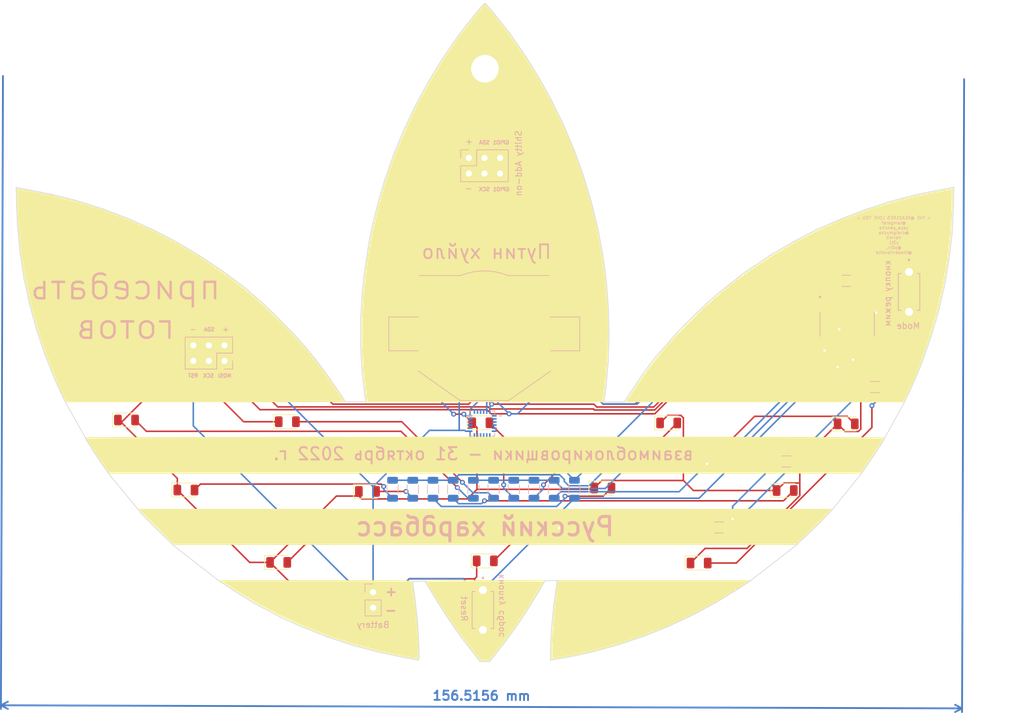
<source format=kicad_pcb>
(kicad_pcb (version 20230410) (generator pcbnew)
  (title_block (title "гопник badge") (date "2023-05-11") (rev "v0.3") (company "DE:AD:10:C5") (comment 1 "Русский хардбасс"))
  (layers (0 "F.Cu" signal) (31 "B.Cu" signal) (34 "B.Paste" user) (35 "F.Paste" user) (36 "B.SilkS" user "B.Silkscreen") (37 "F.SilkS" user "F.Silkscreen") (38 "B.Mask" user) (39 "F.Mask" user) (44 "Edge.Cuts" user))
  (net 0 "")
  (net 1 "GND")
  (net 2 "Net-(D1-Pad2)")
  (net 3 "Net-(D2-Pad2)")
  (net 4 "Net-(D3-Pad2)")
  (net 5 "Net-(D4-Pad2)")
  (net 6 "Net-(D5-Pad2)")
  (net 7 "Net-(D6-Pad2)")
  (net 8 "Net-(D7-Pad2)")
  (net 9 "Net-(D8-Pad2)")
  (net 10 "Net-(D9-Pad2)")
  (net 11 "Net-(D10-Pad2)")
  (net 12 "Net-(D11-Pad2)")
  (net 13 "Net-(D12-Pad2)")
  (net 14 "/8(MOSI)")
  (net 15 "VDD")
  (net 16 "/9(SCK)")
  (net 17 "/7(SDA)")
  (net 18 "/4(RST)")
  (net 19 "/12(SAO2)")
  (net 20 "/13(SAO1)")
  (net 21 "/2(LED Bottom Row)")
  (net 22 "/3(LED Mid Row)")
  (net 23 "/5(LED Top Row)")
  (footprint "Adidas:Adidas_Logo" (layer "F.Cu") (at 165.1 91.44)
    (fp_text reference "silkscreen" hide)
    (fp_text value "LOGO" hide)
  )
  (footprint "LED_SMD:LED_1206_3216Metric" (layer "F.Cu") (at 165.1538 128.6256)
    (fp_text reference "D2" hide)
    (fp_text value "SM1206NHC-IL" hide)
  )
  (footprint "LED_SMD:LED_1206_3216Metric" (layer "F.Cu") (at 145.9715 117.3226)
    (fp_text reference "D5" hide)
    (fp_text value "SM1206NHC-IL" hide)
  )
  (footprint "LED_SMD:LED_1206_3216Metric" (layer "F.Cu") (at 223.9294 106.3244)
    (fp_text reference "D12" hide)
    (fp_text value "SM1206NHC-IL" hide)
  )
  (footprint "DEAD10C5:MountingHole_4.5mm" (layer "F.Cu") (at 165.1 48.4886)
    (fp_text reference "REF**" hide)
    (fp_text value "MountingHole_4.5mm" hide)
  )
  (footprint "LED_SMD:LED_1206_3216Metric" (layer "F.Cu") (at 116.4084 117.094)
    (fp_text reference "D4" hide)
    (fp_text value "SM1206NHC-IL" hide)
  )
  (footprint "LED_SMD:LED_1206_3216Metric" (layer "F.Cu") (at 184.3047 116.7638)
    (fp_text reference "D6" hide)
    (fp_text value "SM1206NHC-IL" hide)
  )
  (footprint "LED_SMD:LED_1206_3216Metric" (layer "F.Cu") (at 164.4366 106.1466)
    (fp_text reference "D10" hide)
    (fp_text value "SM1206NHC-IL" hide)
  )
  (footprint "LED_SMD:LED_1206_3216Metric" (layer "F.Cu") (at 106.731 105.6894)
    (fp_text reference "D8" hide)
    (fp_text value "SM1206NHC-IL" hide)
  )
  (footprint "LED_SMD:LED_1206_3216Metric" (layer "F.Cu") (at 132.9184 105.9688)
    (fp_text reference "D9" hide)
    (fp_text value "SM1206NHC-IL" hide)
  )
  (footprint "LED_SMD:LED_1206_3216Metric" (layer "F.Cu") (at 195.0212 106.172)
    (fp_text reference "D11" hide)
    (fp_text value "SM1206NHC-IL" hide)
  )
  (footprint "LED_SMD:LED_1206_3216Metric" (layer "F.Cu") (at 199.9742 128.9812)
    (fp_text reference "D3" hide)
    (fp_text value "SM1206NHC-IL" hide)
  )
  (footprint "LED_SMD:LED_1206_3216Metric" (layer "F.Cu") (at 213.9952 117.1702)
    (fp_text reference "D7" hide)
    (fp_text value "SM1206NHC-IL" hide)
  )
  (footprint "LED_SMD:LED_1206_3216Metric" (layer "F.Cu") (at 131.5098 128.8796)
    (fp_text reference "D1" hide)
    (fp_text value "SM1206NHC-IL" hide)
  )
  (footprint "Resistor_SMD:R_1206_3216Metric" (layer "B.Cu") (at 153.3504 116.967 -90)
    (fp_text reference "R5" hide)
    (fp_text value "220Ω" hide)
  )
  (footprint "Resistor_SMD:R_1206_3216Metric" (layer "B.Cu") (at 150.0604 116.967 -90)
    (fp_text reference "R4" hide)
    (fp_text value "220Ω" hide)
  )
  (footprint "Resistor_SMD:R_1206_3216Metric" (layer "B.Cu") (at 166.5104 116.967 -90)
    (fp_text reference "R9" hide)
    (fp_text value "220Ω" hide)
  )
  (footprint "Resistor_SMD:R_1206_3216Metric" (layer "B.Cu") (at 176.3804 116.967 -90)
    (fp_text reference "R12" hide)
    (fp_text value "220Ω" hide)
  )
  (footprint "Resistor_SMD:R_1206_3216Metric" (layer "B.Cu") (at 179.6704 116.967 -90)
    (fp_text reference "R13" hide)
    (fp_text value "10kΩ" hide)
  )
  (footprint "Resistor_SMD:R_1206_3216Metric" (layer "B.Cu") (at 228.6 100.33)
    (fp_text reference "R3" hide)
    (fp_text value "220Ω" hide)
  )
  (footprint "Resistor_SMD:R_1206_3216Metric" (layer "B.Cu") (at 169.8004 116.967 -90)
    (fp_text reference "R10" hide)
    (fp_text value "220Ω" hide)
  )
  (footprint "Connector_PinHeader_2.54mm:PinHeader_2x03_P2.54mm_Vertical" (layer "B.Cu") (at 162.4838 63.0174 -90)
    (fp_text reference "J2" hide)
    (fp_text value "Shitty Add-on")
  )
  (footprint "Resistor_SMD:R_1206_3216Metric" (layer "B.Cu") (at 163.2204 116.967 -90)
    (fp_text reference "R8" hide)
    (fp_text value "220Ω" hide)
  )
  (footprint "Resistor_SMD:R_1206_3216Metric" (layer "B.Cu") (at 156.6404 116.967 -90)
    (fp_text reference "R6" hide)
    (fp_text value "220Ω" hide)
  )
  (footprint "Resistor_SMD:R_1206_3216Metric" (layer "B.Cu") (at 223.9772 83.0326 180)
    (fp_text reference "R14" hide)
    (fp_text value "470Ω" hide)
  )
  (footprint "Connector_PinSocket_2.54mm:PinSocket_1x02_P2.54mm_Vertical" (layer "B.Cu") (at 146.8878 133.7256 180)
    (fp_text reference "J4" hide)
    (fp_text value "Battery")
  )
  (footprint "Resistor_SMD:R_1206_3216Metric" (layer "B.Cu") (at 173.0904 116.967 -90)
    (fp_text reference "R11" hide)
    (fp_text value "220Ω" hide)
  )
  (footprint "DEAD10C5:SW_TL1107BF130WQ" (layer "B.Cu") (at 234.1626 84.8348 -90)
    (fp_text reference "S2" hide)
    (fp_text value "TL1107BF180WQ" hide)
  )
  (footprint "Resistor_SMD:R_1206_3216Metric" (layer "B.Cu") (at 214.1982 112.4458 180)
    (fp_text reference "R2" hide)
    (fp_text value "220Ω" hide)
  )
  (footprint "Resistor_SMD:R_1206_3216Metric" (layer "B.Cu") (at 159.9304 116.967 -90)
    (fp_text reference "R7" hide)
    (fp_text value "220Ω" hide)
  )
  (footprint "DEAD10C5:SW_TL1107BF130WQ" (layer "B.Cu") (at 164.7698 136.6254 -90)
    (fp_text reference "S1" hide)
    (fp_text value "TL1107BF180WQ" hide)
  )
  (footprint "DEAD10C5:SOIC127P599X175-14N" (layer "B.Cu") (at 224.0801 90.0916 -90)
    (fp_text reference "U2" hide)
    (fp_text value "ATTINY841-SSU" hide)
  )
  (footprint "DEAD10C5:BatteryHolder_Keystone_3002_1x2032" (layer "B.Cu") (at 164.9984 91.6686 180)
    (fp_text reference "BT1" hide)
    (fp_text value "Battery Clip" hide)
  )
  (footprint "Resistor_SMD:R_1206_3216Metric" (layer "B.Cu") (at 203.2 123.19 180)
    (fp_text reference "R1" hide)
    (fp_text value "220Ω" hide)
  )
  (footprint "Connector_PinHeader_2.54mm:PinHeader_2x03_P2.54mm_Vertical" (layer "B.Cu") (at 122.6924 96.0678 90)
    (fp_text reference "J1" hide)
    (fp_text value "ISP Header" hide)
  )
  (footprint "DEAD10C5:QFN50P400X400X95-24N" (layer "B.Cu") (at 164.6388 106.2624 180)
    (fp_text reference "U1" hide)
    (fp_text value "MPU-6050" hide)
  )
  (gr_line (start 159.75 138.97) (end 161.3 141.17) (stroke (width 0.1)) (layer "Edge.Cuts"))
  (gr_line (start 221.57 120.37) (end 221.75 120.17) (stroke (width 0.1)) (layer "Edge.Cuts"))
  (gr_line (start 130.7 88.34) (end 128.6 86.37) (stroke (width 0.1)) (layer "Edge.Cuts"))
  (gr_line (start 184.77 142.86) (end 186.51 142.38) (stroke (width 0.1)) (layer "Edge.Cuts"))
  (gr_line (start 89.26 77.08) (end 89.38 78.34) (stroke (width 0.1)) (layer "Edge.Cuts"))
  (gr_line (start 158.12 46.93) (end 157.24 48.35) (stroke (width 0.1)) (layer "Edge.Cuts"))
  (gr_line (start 146.85 73.65) (end 146.46 75.47) (stroke (width 0.1)) (layer "Edge.Cuts"))
  (gr_line (start 157.47 135.48) (end 158.5 137.1) (stroke (width 0.1)) (layer "Edge.Cuts"))
  (gr_line (start 94.33 97.29) (end 94.82 98.53) (stroke (width 0.1)) (layer "Edge.Cuts"))
  (gr_line (start 241.2 75.2) (end 241.4 71.11) (stroke (width 0.1)) (layer "Edge.Cuts"))
  (gr_line (start 195.08 139.25) (end 197.1 138.3) (stroke (width 0.1)) (layer "Edge.Cuts"))
  (gr_line (start 109.85 121.65) (end 111.61 123.42) (stroke (width 0.1)) (layer "Edge.Cuts"))
  (gr_line (start 153.73 134.9) (end 153.34 132) (stroke (width 0.1)) (layer "Edge.Cuts"))
  (gr_line (start 95.63 100.37) (end 96.39 102) (stroke (width 0.1)) (layer "Edge.Cuts"))
  (gr_line (start 140.86 100.41) (end 139.96 99.11) (stroke (width 0.1)) (layer "Edge.Cuts"))
  (gr_line (start 144.92 94.91) (end 145.09 97.9) (stroke (width 0.1)) (layer "Edge.Cuts"))
  (gr_line (start 189.54 100.08) (end 188.73 101.27) (stroke (width 0.1)) (layer "Edge.Cuts"))
  (gr_line (start 198.97 88.83) (end 196.66 91.14) (stroke (width 0.1)) (layer "Edge.Cuts"))
  (gr_line (start 175.94 139.49) (end 175.87 140.56) (stroke (width 0.1)) (layer "Edge.Cuts"))
  (gr_line (start 176.88 131.8) (end 176.63 133.51) (stroke (width 0.1)) (layer "Edge.Cuts"))
  (gr_line (start 181.62 67.48) (end 181.22 66.13) (stroke (width 0.1)) (layer "Edge.Cuts"))
  (gr_line (start 184.6 80.91) (end 184.31 78.87) (stroke (width 0.1)) (layer "Edge.Cuts"))
  (gr_line (start 144.99 87.06) (end 144.85 89.2) (stroke (width 0.1)) (layer "Edge.Cuts"))
  (gr_line (start 159.7 44.61) (end 158.12 46.93) (stroke (width 0.1)) (layer "Edge.Cuts"))
  (gr_line (start 100 108.52) (end 100.08 108.72) (stroke (width 0.1)) (layer "Edge.Cuts"))
  (gr_line (start 148.7 66.84) (end 147.71 70.22) (stroke (width 0.1)) (layer "Edge.Cuts"))
  (gr_line (start 186.51 142.38) (end 186.94 142.26) (stroke (width 0.1)) (layer "Edge.Cuts"))
  (gr_line (start 175.76 144.81) (end 176.47 144.67) (stroke (width 0.1)) (layer "Edge.Cuts"))
  (gr_line (start 226.37 114.45) (end 227.51 112.82) (stroke (width 0.1)) (layer "Edge.Cuts"))
  (gr_line (start 199.02 137.41) (end 199.71 137.03) (stroke (width 0.1)) (layer "Edge.Cuts"))
  (gr_line (start 184.88 83.17) (end 184.6 80.91) (stroke (width 0.1)) (layer "Edge.Cuts"))
  (gr_line (start 162.19 142.32) (end 164.32 145.03) (stroke (width 0.1)) (layer "Edge.Cuts"))
  (gr_line (start 201.37 136.14) (end 202.68 135.43) (stroke (width 0.1)) (layer "Edge.Cuts"))
  (gr_line (start 239.53 68.14) (end 235.65 68.92) (stroke (width 0.1)) (layer "Edge.Cuts"))
  (gr_line (start 185.31 91.48) (end 185.22 87.61) (stroke (width 0.1)) (layer "Edge.Cuts"))
  (gr_line (start 175.87 140.56) (end 175.84 141.24) (stroke (width 0.1)) (layer "Edge.Cuts"))
  (gr_line (start 230.21 108.58) (end 233.41 102.81) (stroke (width 0.1)) (layer "Edge.Cuts"))
  (gr_line (start 236.72 95.09) (end 237.77 92.09) (stroke (width 0.1)) (layer "Edge.Cuts"))
  (gr_line (start 165.12 37.81) (end 164.98 37.93) (stroke (width 0.1)) (layer "Edge.Cuts"))
  (gr_line (start 139.96 99.11) (end 139.17 98) (stroke (width 0.1)) (layer "Edge.Cuts"))
  (gr_line (start 138.17 96.66) (end 137.55 95.84) (stroke (width 0.1)) (layer "Edge.Cuts"))
  (gr_line (start 127.82 135.7) (end 132.08 137.95) (stroke (width 0.1)) (layer "Edge.Cuts"))
  (gr_line (start 163.33 39.79) (end 162.07 41.4) (stroke (width 0.1)) (layer "Edge.Cuts"))
  (gr_line (start 161.3 141.17) (end 162.19 142.32) (stroke (width 0.1)) (layer "Edge.Cuts"))
  (gr_line (start 95.15 99.33) (end 95.63 100.37) (stroke (width 0.1)) (layer "Edge.Cuts"))
  (gr_line (start 183.5 74.55) (end 182.62 70.92) (stroke (width 0.1)) (layer "Edge.Cuts"))
  (gr_line (start 154.32 144.64) (end 154.39 144.43) (stroke (width 0.1)) (layer "Edge.Cuts"))
  (gr_line (start 182.16 143.55) (end 182.75 143.42) (stroke (width 0.1)) (layer "Edge.Cuts"))
  (gr_line (start 176 53.74) (end 175.5 52.81) (stroke (width 0.1)) (layer "Edge.Cuts"))
  (gr_line (start 132.08 137.95) (end 135.43 139.44) (stroke (width 0.1)) (layer "Edge.Cuts"))
  (gr_line (start 144.87 90.61) (end 144.87 91.54) (stroke (width 0.1)) (layer "Edge.Cuts"))
  (gr_line (start 150.37 62.14) (end 150.13 62.73) (stroke (width 0.1)) (layer "Edge.Cuts"))
  (gr_line (start 93.1 94.06) (end 93.46 95.09) (stroke (width 0.1)) (layer "Edge.Cuts"))
  (gr_line (start 113.39 75.91) (end 111.8 75.09) (stroke (width 0.1)) (layer "Edge.Cuts"))
  (gr_line (start 94.62 68.97) (end 92.84 68.6) (stroke (width 0.1)) (layer "Edge.Cuts"))
  (gr_line (start 197.1 138.3) (end 199.02 137.41) (stroke (width 0.1)) (layer "Edge.Cuts"))
  (gr_line (start 101.34 70.81) (end 98.47 69.92) (stroke (width 0.1)) (layer "Edge.Cuts"))
  (gr_line (start 215.78 126.08) (end 216.73 125.18) (stroke (width 0.1)) (layer "Edge.Cuts"))
  (gr_line (start 127.31 85.25) (end 126.17 84.28) (stroke (width 0.1)) (layer "Edge.Cuts"))
  (gr_line (start 216.73 125.18) (end 218.39 123.65) (stroke (width 0.1)) (layer "Edge.Cuts"))
  (gr_line (start 155.93 50.51) (end 155.32 51.61) (stroke (width 0.1)) (layer "Edge.Cuts"))
  (gr_line (start 89.38 78.34) (end 89.48 78.93) (stroke (width 0.1)) (layer "Edge.Cuts"))
  (gr_line (start 229.62 109.65) (end 230.12 108.8) (stroke (width 0.1)) (layer "Edge.Cuts"))
  (gr_line (start 93.46 95.09) (end 93.82 96) (stroke (width 0.1)) (layer "Edge.Cuts"))
  (gr_line (start 182.46 70.27) (end 181.62 67.48) (stroke (width 0.1)) (layer "Edge.Cuts"))
  (gr_line (start 106.95 72.84) (end 106.21 72.58) (stroke (width 0.1)) (layer "Edge.Cuts"))
  (gr_line (start 235.49 98.24) (end 236.17 96.62) (stroke (width 0.1)) (layer "Edge.Cuts"))
  (gr_line (start 164.98 37.93) (end 164.7 38.19) (stroke (width 0.1)) (layer "Edge.Cuts"))
  (gr_line (start 154.14 144.77) (end 154.29 144.74) (stroke (width 0.1)) (layer "Edge.Cuts"))
  (gr_line (start 109.13 120.91) (end 109.85 121.65) (stroke (width 0.1)) (layer "Edge.Cuts"))
  (gr_line (start 173.48 49.25) (end 171.58 46.2) (stroke (width 0.1)) (layer "Edge.Cuts"))
  (gr_line (start 154.1 138.31) (end 153.73 134.9) (stroke (width 0.1)) (layer "Edge.Cuts"))
  (gr_line (start 234.22 101.15) (end 235.49 98.24) (stroke (width 0.1)) (layer "Edge.Cuts"))
  (gr_line (start 218.39 123.65) (end 219.83 122.22) (stroke (width 0.1)) (layer "Edge.Cuts"))
  (gr_line (start 139.5 141.02) (end 143.74 142.44) (stroke (width 0.1)) (layer "Edge.Cuts"))
  (gr_line (start 219.83 122.22) (end 221.01 120.99) (stroke (width 0.1)) (layer "Edge.Cuts"))
  (gr_line (start 151.77 144.34) (end 154.14 144.77) (stroke (width 0.1)) (layer "Edge.Cuts"))
  (gr_line (start 237.77 92.09) (end 238.56 89.45) (stroke (width 0.1)) (layer "Edge.Cuts"))
  (gr_line (start 134.03 91.76) (end 133.44 91.12) (stroke (width 0.1)) (layer "Edge.Cuts"))
  (gr_line (start 153.34 132) (end 155.35 131.9) (stroke (width 0.1)) (layer "Edge.Cuts"))
  (gr_line (start 91.74 89.74) (end 92.05 90.95) (stroke (width 0.1)) (layer "Edge.Cuts"))
  (gr_line (start 199.71 137.03) (end 201.37 136.14) (stroke (width 0.1)) (layer "Edge.Cuts"))
  (gr_line (start 89.62 67.99) (end 88.76 67.78) (stroke (width 0.1)) (layer "Edge.Cuts"))
  (gr_line (start 95.8 69.24) (end 94.62 68.97) (stroke (width 0.1)) (layer "Edge.Cuts"))
  (gr_line (start 144.85 89.2) (end 144.87 90.61) (stroke (width 0.1)) (layer "Edge.Cuts"))
  (gr_line (start 184.49 102.76) (end 184.8 100.52) (stroke (width 0.1)) (layer "Edge.Cuts"))
  (gr_line (start 157.24 48.35) (end 155.93 50.51) (stroke (width 0.1)) (layer "Edge.Cuts"))
  (gr_line (start 151.8 58.61) (end 150.81 61.06) (stroke (width 0.1)) (layer "Edge.Cuts"))
  (gr_line (start 90.27 83.7) (end 90.69 85.68) (stroke (width 0.1)) (layer "Edge.Cuts"))
  (gr_line (start 196.66 91.14) (end 192.92 95.36) (stroke (width 0.1)) (layer "Edge.Cuts"))
  (gr_line (start 211.64 78.8) (end 207.17 81.8) (stroke (width 0.1)) (layer "Edge.Cuts"))
  (gr_line (start 192.77 140.19) (end 194.88 139.33) (stroke (width 0.1)) (layer "Edge.Cuts"))
  (gr_line (start 177.94 57.7) (end 177.14 56.04) (stroke (width 0.1)) (layer "Edge.Cuts"))
  (gr_line (start 160.66 43.24) (end 159.7 44.61) (stroke (width 0.1)) (layer "Edge.Cuts"))
  (gr_line (start 214.05 77.39) (end 211.64 78.8) (stroke (width 0.1)) (layer "Edge.Cuts"))
  (gr_line (start 191.91 96.69) (end 190.62 98.45) (stroke (width 0.1)) (layer "Edge.Cuts"))
  (gr_line (start 145.51 101.44) (end 145.68 102.72) (stroke (width 0.1)) (layer "Edge.Cuts"))
  (gr_line (start 206.22 82.57) (end 202.87 85.21) (stroke (width 0.1)) (layer "Edge.Cuts"))
  (gr_line (start 155.67 132.51) (end 156.01 133.07) (stroke (width 0.1)) (layer "Edge.Cuts"))
  (gr_line (start 175.84 141.24) (end 175.79 142.45) (stroke (width 0.1)) (layer "Edge.Cuts"))
  (gr_line (start 103.59 114.08) (end 103.85 114.46) (stroke (width 0.1)) (layer "Edge.Cuts"))
  (gr_line (start 126.17 84.28) (end 125.02 83.39) (stroke (width 0.1)) (layer "Edge.Cuts"))
  (gr_line (start 158.5 137.1) (end 159.75 138.97) (stroke (width 0.1)) (layer "Edge.Cuts"))
  (gr_line (start 108.9 120.66) (end 109.13 120.91) (stroke (width 0.1)) (layer "Edge.Cuts"))
  (gr_line (start 236.17 96.62) (end 236.72 95.09) (stroke (width 0.1)) (layer "Edge.Cuts"))
  (gr_line (start 103 71.36) (end 101.34 70.81) (stroke (width 0.1)) (layer "Edge.Cuts"))
  (gr_line (start 102.06 111.85) (end 102.55 112.62) (stroke (width 0.1)) (layer "Edge.Cuts"))
  (gr_line (start 175.79 142.45) (end 175.76 143.89) (stroke (width 0.1)) (layer "Edge.Cuts"))
  (gr_line (start 227.51 112.82) (end 228.87 110.81) (stroke (width 0.1)) (layer "Edge.Cuts"))
  (gr_line (start 188.73 101.27) (end 187.78 102.76) (stroke (width 0.1)) (layer "Edge.Cuts"))
  (gr_line (start 149.34 65.02) (end 148.7 66.84) (stroke (width 0.1)) (layer "Edge.Cuts"))
  (gr_line (start 154.36 142.77) (end 154.23 140.2) (stroke (width 0.1)) (layer "Edge.Cuts"))
  (gr_line (start 100.08 108.72) (end 100.23 108.99) (stroke (width 0.1)) (layer "Edge.Cuts"))
  (gr_line (start 178.81 144.27) (end 180.23 143.98) (stroke (width 0.1)) (layer "Edge.Cuts"))
  (gr_line (start 89.48 78.93) (end 89.75 80.8) (stroke (width 0.1)) (layer "Edge.Cuts"))
  (gr_line (start 111.12 74.74) (end 107.56 73.12) (stroke (width 0.1)) (layer "Edge.Cuts"))
  (gr_line (start 139.17 98) (end 138.17 96.66) (stroke (width 0.1)) (layer "Edge.Cuts"))
  (gr_line (start 145.09 97.9) (end 145.51 101.44) (stroke (width 0.1)) (layer "Edge.Cuts"))
  (gr_line (start 202.68 135.43) (end 202.82 135.36) (stroke (width 0.1)) (layer "Edge.Cuts"))
  (gr_line (start 133.44 91.12) (end 132.45 90.13) (stroke (width 0.1)) (layer "Edge.Cuts"))
  (gr_line (start 154.29 144.74) (end 154.32 144.64) (stroke (width 0.1)) (layer "Edge.Cuts"))
  (gr_line (start 221.75 120.17) (end 226.37 114.45) (stroke (width 0.1)) (layer "Edge.Cuts"))
  (gr_line (start 190.62 98.45) (end 189.73 99.79) (stroke (width 0.1)) (layer "Edge.Cuts"))
  (gr_line (start 150.81 61.06) (end 150.37 62.14) (stroke (width 0.1)) (layer "Edge.Cuts"))
  (gr_line (start 96.85 102.9) (end 100 108.52) (stroke (width 0.1)) (layer "Edge.Cuts"))
  (gr_line (start 173.94 50) (end 173.48 49.25) (stroke (width 0.1)) (layer "Edge.Cuts"))
  (gr_line (start 175.76 143.89) (end 175.76 144.81) (stroke (width 0.1)) (layer "Edge.Cuts"))
  (gr_line (start 114.99 76.75) (end 113.39 75.91) (stroke (width 0.1)) (layer "Edge.Cuts"))
  (gr_line (start 111.61 123.42) (end 112.65 124.42) (stroke (width 0.1)) (layer "Edge.Cuts"))
  (gr_line (start 221.01 120.99) (end 221.57 120.37) (stroke (width 0.1)) (layer "Edge.Cuts"))
  (gr_line (start 138.94 140.82) (end 139.5 141.02) (stroke (width 0.1)) (layer "Edge.Cuts"))
  (gr_line (start 89.94 82.04) (end 90.06 82.79) (stroke (width 0.1)) (layer "Edge.Cuts"))
  (gr_line (start 88.85 71.02) (end 88.97 74.07) (stroke (width 0.1)) (layer "Edge.Cuts"))
  (gr_line (start 204.56 134.29) (end 206.45 133.11) (stroke (width 0.1)) (layer "Edge.Cuts"))
  (gr_line (start 184.91 83.47) (end 184.88 83.17) (stroke (width 0.1)) (layer "Edge.Cuts"))
  (gr_line (start 231.03 70.11) (end 227.08 71.41) (stroke (width 0.1)) (layer "Edge.Cuts"))
  (gr_line (start 202.82 135.36) (end 204.56 134.29) (stroke (width 0.1)) (layer "Edge.Cuts"))
  (gr_line (start 149.91 63.36) (end 149.34 65.02) (stroke (width 0.1)) (layer "Edge.Cuts"))
  (gr_line (start 174.86 131.89) (end 176.88 131.8) (stroke (width 0.1)) (layer "Edge.Cuts"))
  (gr_line (start 103.85 114.46) (end 108.59 120.21) (stroke (width 0.1)) (layer "Edge.Cuts"))
  (gr_line (start 206.45 133.11) (end 207.73 132.27) (stroke (width 0.1)) (layer "Edge.Cuts"))
  (gr_line (start 89.06 74.83) (end 89.26 77.08) (stroke (width 0.1)) (layer "Edge.Cuts"))
  (gr_line (start 185.22 87.61) (end 184.91 83.47) (stroke (width 0.1)) (layer "Edge.Cuts"))
  (gr_line (start 98.47 69.92) (end 97.22 69.6) (stroke (width 0.1)) (layer "Edge.Cuts"))
  (gr_line (start 191.08 140.87) (end 192.77 140.19) (stroke (width 0.1)) (layer "Edge.Cuts"))
  (gr_line (start 184.94 98.95) (end 185.2 96.01) (stroke (width 0.1)) (layer "Edge.Cuts"))
  (gr_line (start 208.39 131.83) (end 215.78 126.08) (stroke (width 0.1)) (layer "Edge.Cuts"))
  (gr_line (start 184.31 78.87) (end 183.68 75.39) (stroke (width 0.1)) (layer "Edge.Cuts"))
  (gr_line (start 154.4 144.3) (end 154.36 142.77) (stroke (width 0.1)) (layer "Edge.Cuts"))
  (gr_line (start 134.68 92.45) (end 134.03 91.76) (stroke (width 0.1)) (layer "Edge.Cuts"))
  (gr_line (start 90.92 86.74) (end 91.27 88.05) (stroke (width 0.1)) (layer "Edge.Cuts"))
  (gr_line (start 132.45 90.13) (end 130.7 88.34) (stroke (width 0.1)) (layer "Edge.Cuts"))
  (gr_line (start 176.3 135.97) (end 175.94 139.49) (stroke (width 0.1)) (layer "Edge.Cuts"))
  (gr_line (start 124.13 133.44) (end 127.82 135.7) (stroke (width 0.1)) (layer "Edge.Cuts"))
  (gr_line (start 88.97 74.07) (end 89.06 74.83) (stroke (width 0.1)) (layer "Edge.Cuts"))
  (gr_line (start 142.38 102.72) (end 141.9 101.97) (stroke (width 0.1)) (layer "Edge.Cuts"))
  (gr_line (start 239.03 87.78) (end 239.98 83.69) (stroke (width 0.1)) (layer "Edge.Cuts"))
  (gr_line (start 145.43 82.07) (end 145.14 84.7) (stroke (width 0.1)) (layer "Edge.Cuts"))
  (gr_line (start 93.82 96) (end 94.33 97.29) (stroke (width 0.1)) (layer "Edge.Cuts"))
  (gr_line (start 88.82 69.95) (end 88.85 71.02) (stroke (width 0.1)) (layer "Edge.Cuts"))
  (gr_line (start 154.49 53.17) (end 153.74 54.58) (stroke (width 0.1)) (layer "Edge.Cuts"))
  (gr_line (start 154.39 144.43) (end 154.4 144.3) (stroke (width 0.1)) (layer "Edge.Cuts"))
  (gr_line (start 125.02 83.39) (end 122.38 81.42) (stroke (width 0.1)) (layer "Edge.Cuts"))
  (gr_line (start 175.5 52.81) (end 173.94 50) (stroke (width 0.1)) (layer "Edge.Cuts"))
  (gr_line (start 89.75 80.8) (end 89.94 82.04) (stroke (width 0.1)) (layer "Edge.Cuts"))
  (gr_line (start 118.73 78.99) (end 117.34 78.14) (stroke (width 0.1)) (layer "Edge.Cuts"))
  (gr_line (start 182.75 143.42) (end 184.77 142.86) (stroke (width 0.1)) (layer "Edge.Cuts"))
  (gr_line (start 169.1 42.65) (end 167.65 40.82) (stroke (width 0.1)) (layer "Edge.Cuts"))
  (gr_line (start 128.6 86.37) (end 127.31 85.25) (stroke (width 0.1)) (layer "Edge.Cuts"))
  (gr_line (start 146.2 76.82) (end 145.81 79.46) (stroke (width 0.1)) (layer "Edge.Cuts"))
  (gr_line (start 145.14 84.7) (end 145.09 85.2) (stroke (width 0.1)) (layer "Edge.Cuts"))
  (gr_line (start 180.57 64.27) (end 179.72 61.92) (stroke (width 0.1)) (layer "Edge.Cuts"))
  (gr_line (start 182.62 70.92) (end 182.46 70.27) (stroke (width 0.1)) (layer "Edge.Cuts"))
  (gr_line (start 135.43 139.44) (end 138.94 140.82) (stroke (width 0.1)) (layer "Edge.Cuts"))
  (gr_line (start 164.32 145.03) (end 165.87 145.03) (stroke (width 0.1)) (layer "Edge.Cuts"))
  (gr_line (start 180.23 143.98) (end 182.16 143.55) (stroke (width 0.1)) (layer "Edge.Cuts"))
  (gr_line (start 121.64 131.77) (end 124.13 133.44) (stroke (width 0.1)) (layer "Edge.Cuts"))
  (gr_line (start 183.68 75.39) (end 183.5 74.55) (stroke (width 0.1)) (layer "Edge.Cuts"))
  (gr_line (start 241.4 71.11) (end 241.46 67.9) (stroke (width 0.1)) (layer "Edge.Cuts"))
  (gr_line (start 169.74 140) (end 171.41 137.58) (stroke (width 0.1)) (layer "Edge.Cuts"))
  (gr_line (start 156.81 134.4) (end 157.47 135.48) (stroke (width 0.1)) (layer "Edge.Cuts"))
  (gr_line (start 144.85 93.63) (end 144.92 94.91) (stroke (width 0.1)) (layer "Edge.Cuts"))
  (gr_line (start 241.46 67.9) (end 241.45 67.77) (stroke (width 0.1)) (layer "Edge.Cuts"))
  (gr_line (start 141.9 101.97) (end 140.86 100.41) (stroke (width 0.1)) (layer "Edge.Cuts"))
  (gr_line (start 88.76 67.78) (end 88.78 68.57) (stroke (width 0.1)) (layer "Edge.Cuts"))
  (gr_line (start 120.51 80.17) (end 119.79 79.69) (stroke (width 0.1)) (layer "Edge.Cuts"))
  (gr_line (start 103.29 113.67) (end 103.59 114.08) (stroke (width 0.1)) (layer "Edge.Cuts"))
  (gr_line (start 117.34 78.14) (end 115.99 77.34) (stroke (width 0.1)) (layer "Edge.Cuts"))
  (gr_line (start 202.87 85.21) (end 201.3 86.6) (stroke (width 0.1)) (layer "Edge.Cuts"))
  (gr_line (start 185.2 96.01) (end 185.31 92.01) (stroke (width 0.1)) (layer "Edge.Cuts"))
  (gr_line (start 106.21 72.58) (end 103 71.36) (stroke (width 0.1)) (layer "Edge.Cuts"))
  (gr_line (start 168.05 142.28) (end 169.74 140) (stroke (width 0.1)) (layer "Edge.Cuts"))
  (gr_line (start 240.6 67.96) (end 239.53 68.14) (stroke (width 0.1)) (layer "Edge.Cuts"))
  (gr_line (start 207.17 81.8) (end 206.22 82.57) (stroke (width 0.1)) (layer "Edge.Cuts"))
  (gr_line (start 90.06 82.79) (end 90.27 83.7) (stroke (width 0.1)) (layer "Edge.Cuts"))
  (gr_line (start 166.29 39.1) (end 165.86 38.61) (stroke (width 0.1)) (layer "Edge.Cuts"))
  (gr_line (start 238.56 89.45) (end 239.03 87.78) (stroke (width 0.1)) (layer "Edge.Cuts"))
  (gr_line (start 174 133.42) (end 174.86 131.89) (stroke (width 0.1)) (layer "Edge.Cuts"))
  (gr_line (start 147.87 143.52) (end 151.77 144.34) (stroke (width 0.1)) (layer "Edge.Cuts"))
  (gr_line (start 101.36 110.81) (end 102.06 111.85) (stroke (width 0.1)) (layer "Edge.Cuts"))
  (gr_line (start 142.38 102.72) (end 145.68 102.72) (stroke (width 0.1)) (layer "Edge.Cuts"))
  (gr_line (start 171.58 46.2) (end 170.96 45.32) (stroke (width 0.1)) (layer "Edge.Cuts"))
  (gr_line (start 91.27 88.05) (end 91.74 89.74) (stroke (width 0.1)) (layer "Edge.Cuts"))
  (gr_line (start 228.87 110.81) (end 229.62 109.65) (stroke (width 0.1)) (layer "Edge.Cuts"))
  (gr_line (start 240.6 80.06) (end 240.71 79.36) (stroke (width 0.1)) (layer "Edge.Cuts"))
  (gr_line (start 92.52 92.31) (end 93.1 94.06) (stroke (width 0.1)) (layer "Edge.Cuts"))
  (gr_line (start 145.09 85.2) (end 144.99 87.06) (stroke (width 0.1)) (layer "Edge.Cuts"))
  (gr_line (start 153.74 54.58) (end 153.3 55.47) (stroke (width 0.1)) (layer "Edge.Cuts"))
  (gr_line (start 144.87 91.54) (end 144.85 93.63) (stroke (width 0.1)) (layer "Edge.Cuts"))
  (gr_line (start 179.72 61.92) (end 178.57 59.19) (stroke (width 0.1)) (layer "Edge.Cuts"))
  (gr_line (start 172.36 136.09) (end 174 133.42) (stroke (width 0.1)) (layer "Edge.Cuts"))
  (gr_line (start 114.36 126.1) (end 121.64 131.77) (stroke (width 0.1)) (layer "Edge.Cuts"))
  (gr_line (start 102.55 112.62) (end 102.84 113.02) (stroke (width 0.1)) (layer "Edge.Cuts"))
  (gr_line (start 150.13 62.73) (end 149.91 63.36) (stroke (width 0.1)) (layer "Edge.Cuts"))
  (gr_line (start 188.66 141.68) (end 191.08 140.87) (stroke (width 0.1)) (layer "Edge.Cuts"))
  (gr_line (start 91.06 68.25) (end 89.62 67.99) (stroke (width 0.1)) (layer "Edge.Cuts"))
  (gr_line (start 165.86 38.61) (end 165.12 37.81) (stroke (width 0.1)) (layer "Edge.Cuts"))
  (gr_line (start 164.22 38.73) (end 163.33 39.79) (stroke (width 0.1)) (layer "Edge.Cuts"))
  (gr_line (start 92.05 90.95) (end 92.52 92.31) (stroke (width 0.1)) (layer "Edge.Cuts"))
  (gr_line (start 108.59 120.21) (end 108.9 120.66) (stroke (width 0.1)) (layer "Edge.Cuts"))
  (gr_line (start 96.39 102) (end 96.85 102.9) (stroke (width 0.1)) (layer "Edge.Cuts"))
  (gr_line (start 145.62 80.54) (end 145.53 81.27) (stroke (width 0.1)) (layer "Edge.Cuts"))
  (gr_line (start 155.32 51.61) (end 154.49 53.17) (stroke (width 0.1)) (layer "Edge.Cuts"))
  (gr_line (start 170.96 45.32) (end 169.1 42.65) (stroke (width 0.1)) (layer "Edge.Cuts"))
  (gr_line (start 164.7 38.19) (end 164.22 38.73) (stroke (width 0.1)) (layer "Edge.Cuts"))
  (gr_line (start 112.65 124.42) (end 114.36 126.1) (stroke (width 0.1)) (layer "Edge.Cuts"))
  (gr_line (start 92.84 68.6) (end 91.06 68.25) (stroke (width 0.1)) (layer "Edge.Cuts"))
  (gr_line (start 186.94 142.26) (end 188.66 141.68) (stroke (width 0.1)) (layer "Edge.Cuts"))
  (gr_line (start 111.8 75.09) (end 111.12 74.74) (stroke (width 0.1)) (layer "Edge.Cuts"))
  (gr_line (start 147.71 70.22) (end 146.85 73.65) (stroke (width 0.1)) (layer "Edge.Cuts"))
  (gr_line (start 241.45 67.77) (end 240.6 67.96) (stroke (width 0.1)) (layer "Edge.Cuts"))
  (gr_line (start 189.73 99.79) (end 189.54 100.08) (stroke (width 0.1)) (layer "Edge.Cuts"))
  (gr_line (start 181.22 66.13) (end 180.57 64.27) (stroke (width 0.1)) (layer "Edge.Cuts"))
  (gr_line (start 155.35 131.9) (end 155.67 132.51) (stroke (width 0.1)) (layer "Edge.Cuts"))
  (gr_line (start 90.69 85.68) (end 90.92 86.74) (stroke (width 0.1)) (layer "Edge.Cuts"))
  (gr_line (start 97.22 69.6) (end 95.8 69.24) (stroke (width 0.1)) (layer "Edge.Cuts"))
  (gr_line (start 102.84 113.02) (end 103.29 113.67) (stroke (width 0.1)) (layer "Edge.Cuts"))
  (gr_line (start 230.12 108.8) (end 230.21 108.58) (stroke (width 0.1)) (layer "Edge.Cuts"))
  (gr_line (start 171.41 137.58) (end 172.36 136.09) (stroke (width 0.1)) (layer "Edge.Cuts"))
  (gr_line (start 94.82 98.53) (end 95.15 99.33) (stroke (width 0.1)) (layer "Edge.Cuts"))
  (gr_line (start 192.92 95.36) (end 191.91 96.69) (stroke (width 0.1)) (layer "Edge.Cuts"))
  (gr_line (start 235.28 69) (end 231.03 70.11) (stroke (width 0.1)) (layer "Edge.Cuts"))
  (gr_line (start 145.53 81.27) (end 145.43 82.07) (stroke (width 0.1)) (layer "Edge.Cuts"))
  (gr_line (start 100.23 108.99) (end 100.58 109.57) (stroke (width 0.1)) (layer "Edge.Cuts"))
  (gr_line (start 145.81 79.46) (end 145.62 80.54) (stroke (width 0.1)) (layer "Edge.Cuts"))
  (gr_line (start 219.17 74.64) (end 215.33 76.65) (stroke (width 0.1)) (layer "Edge.Cuts"))
  (gr_line (start 194.88 139.33) (end 195.08 139.25) (stroke (width 0.1)) (layer "Edge.Cuts"))
  (gr_line (start 107.56 73.12) (end 106.95 72.84) (stroke (width 0.1)) (layer "Edge.Cuts"))
  (gr_line (start 201.3 86.6) (end 198.97 88.83) (stroke (width 0.1)) (layer "Edge.Cuts"))
  (gr_line (start 115.99 77.34) (end 114.99 76.75) (stroke (width 0.1)) (layer "Edge.Cuts"))
  (gr_line (start 178.57 59.19) (end 177.94 57.7) (stroke (width 0.1)) (layer "Edge.Cuts"))
  (gr_line (start 240.71 79.36) (end 241.2 75.2) (stroke (width 0.1)) (layer "Edge.Cuts"))
  (gr_line (start 185.31 92.01) (end 185.31 91.48) (stroke (width 0.1)) (layer "Edge.Cuts"))
  (gr_line (start 162.07 41.4) (end 160.66 43.24) (stroke (width 0.1)) (layer "Edge.Cuts"))
  (gr_line (start 137.55 95.84) (end 136.71 94.8) (stroke (width 0.1)) (layer "Edge.Cuts"))
  (gr_line (start 215.33 76.65) (end 214.05 77.39) (stroke (width 0.1)) (layer "Edge.Cuts"))
  (gr_line (start 233.41 102.81) (end 234.22 101.15) (stroke (width 0.1)) (layer "Edge.Cuts"))
  (gr_line (start 235.65 68.92) (end 235.28 69) (stroke (width 0.1)) (layer "Edge.Cuts"))
  (gr_line (start 177.14 56.04) (end 176 53.74) (stroke (width 0.1)) (layer "Edge.Cuts"))
  (gr_line (start 119.79 79.69) (end 118.73 78.99) (stroke (width 0.1)) (layer "Edge.Cuts"))
  (gr_line (start 153.3 55.47) (end 152.42 57.35) (stroke (width 0.1)) (layer "Edge.Cuts"))
  (gr_line (start 165.87 145.03) (end 168.05 142.28) (stroke (width 0.1)) (layer "Edge.Cuts"))
  (gr_line (start 176.63 133.51) (end 176.3 135.97) (stroke (width 0.1)) (layer "Edge.Cuts"))
  (gr_line (start 167.65 40.82) (end 166.29 39.1) (stroke (width 0.1)) (layer "Edge.Cuts"))
  (gr_line (start 184.8 100.52) (end 184.94 98.95) (stroke (width 0.1)) (layer "Edge.Cuts"))
  (gr_line (start 154.23 140.2) (end 154.1 138.31) (stroke (width 0.1)) (layer "Edge.Cuts"))
  (gr_line (start 207.73 132.27) (end 208.39 131.83) (stroke (width 0.1)) (layer "Edge.Cuts"))
  (gr_line (start 100.58 109.57) (end 100.93 110.14) (stroke (width 0.1)) (layer "Edge.Cuts"))
  (gr_line (start 136.71 94.8) (end 135.62 93.5) (stroke (width 0.1)) (layer "Edge.Cuts"))
  (gr_line (start 146.46 75.47) (end 146.2 76.82) (stroke (width 0.1)) (layer "Edge.Cuts"))
  (gr_line (start 176.47 144.67) (end 178.81 144.27) (stroke (width 0.1)) (layer "Edge.Cuts"))
  (gr_line (start 122.38 81.42) (end 120.51 80.17) (stroke (width 0.1)) (layer "Edge.Cuts"))
  (gr_line (start 152.42 57.35) (end 151.8 58.61) (stroke (width 0.1)) (layer "Edge.Cuts"))
  (gr_line (start 223.28 72.87) (end 219.17 74.64) (stroke (width 0.1)) (layer "Edge.Cuts"))
  (gr_line (start 239.98 83.69) (end 240.6 80.06) (stroke (width 0.1)) (layer "Edge.Cuts"))
  (gr_line (start 187.78 102.76) (end 184.49 102.76) (stroke (width 0.1)) (layer "Edge.Cuts"))
  (gr_line (start 135.62 93.5) (end 134.68 92.45) (stroke (width 0.1)) (layer "Edge.Cuts"))
  (gr_line (start 143.74 142.44) (end 147.87 143.52) (stroke (width 0.1)) (layer "Edge.Cuts"))
  (gr_line (start 227.08 71.41) (end 223.28 72.87) (stroke (width 0.1)) (layer "Edge.Cuts"))
  (gr_line (start 88.78 68.57) (end 88.82 69.95) (stroke (width 0.1)) (layer "Edge.Cuts"))
  (gr_line (start 156.01 133.07) (end 156.81 134.4) (stroke (width 0.1)) (layer "Edge.Cuts"))
  (gr_line (start 100.93 110.14) (end 101.36 110.81) (stroke (width 0.1)) (layer "Edge.Cuts"))
  (gr_text "RST" (at 117.5766 98.4758) (layer "B.SilkS") (effects (font (size 0.6 0.6)) (justify mirror)))
  (gr_text "-" (at 150.9014 137.541) (layer "B.SilkS") (effects (font (size 1.5 1.5) (thickness 0.3) bold) (justify left bottom mirror)))
  (gr_text "+" (at 122.8344 90.9828 90) (layer "B.SilkS") (effects (font (size 0.8 0.8)) (justify mirror)))
  (gr_text "взаимоблокировщики - 31 октябрь 2022 г." (at 164.846 111.2012) (layer "B.SilkS") (effects (font (size 2 2) (thickness 0.3)) (justify mirror)))
  (gr_text "SCK" (at 120.0658 98.4758) (layer "B.SilkS") (effects (font (size 0.6 0.6)) (justify mirror)))
  (gr_text "GPIO1" (at 167.7416 68.1228) (layer "B.SilkS") (effects (font (size 0.6 0.6)) (justify mirror)))
  (gr_text "SCK" (at 164.973 68.1228) (layer "B.SilkS") (effects (font (size 0.6 0.6)) (justify mirror)))
  (gr_text "GPIO1" (at 167.7162 60.5028) (layer "B.SilkS") (effects (font (size 0.6 0.6)) (justify mirror)))
  (gr_text "-" (at 117.5512 91.0336 180) (layer "B.SilkS") (effects (font (size 0.8 0.8)) (justify mirror)))
  (gr_text ":: THE @DEAD10C5 LOVE YOU ::\n@iamgaraf\nyaya_pancho\n@craigmucka\nHermit\ny3t1\n@p0lr_\n@thedevilsvoice" (at 231.6734 75.5904) (layer "B.SilkS") (effects (font (size 0.5 0.5) (thickness 0.075)) (justify mirror)))
  (gr_text "Путин хуйло" (at 165.354 78.3082) (layer "B.SilkS") (effects (font (size 2.25 2.25) (thickness 0.3)) (justify mirror)))
  (gr_text "SDA" (at 164.9984 60.5028) (layer "B.SilkS") (effects (font (size 0.6 0.6)) (justify mirror)))
  (gr_text "-" (at 162.433 68.1228 180) (layer "B.SilkS") (effects (font (size 1 1)) (justify mirror)))
  (gr_text "+" (at 162.433 60.4266 90) (layer "B.SilkS") (effects (font (size 1 1)) (justify mirror)))
  (gr_text "приседать\nготов" (at 106.5784 87.249) (layer "B.SilkS") (effects (font (size 4 4) (thickness 0.4)) (justify mirror)))
  (gr_text "MOSI" (at 122.7074 98.4758) (layer "B.SilkS") (effects (font (size 0.6 0.6)) (justify mirror)))
  (gr_text "Русский хардбасс" (at 165.1 123.0376) (layer "B.SilkS") (effects (font (size 3 3) (thickness 0.5)) (justify mirror)))
  (gr_text "SDA" (at 120.1928 90.9574) (layer "B.SilkS") (effects (font (size 0.6 0.6)) (justify mirror)))
  (gr_text "+" (at 150.9522 134.493) (layer "B.SilkS") (effects (font (size 1.5 1.5) (thickness 0.3) bold) (justify left bottom mirror)))
  (dimension (type aligned) (layer "B.Cu") (pts (xy 86.617985 49.183655) (xy 243.132785 49.691655)) (height 102.962887) (gr_text "156.5156 mm" (at 164.547042 150.600009 359.8140358) (layer "B.Cu") (effects (font (size 1.5 1.5) (thickness 0.3)))) (format (prefix "") (suffix "") (units 2) (units_format 1) (precision 4)) (style (thickness 0.3) (arrow_length 1.27) (text_position_mode 0) (extension_height 0.58642) (extension_offset 0.5) keep_text_aligned))
  (segment (start 105.494 105.6894) (end 105.8831 106.0785) (width 0.25) (layer "F.Cu") (net 1))
  (segment (start 182.6871 116.9814) (end 182.9047 116.7638) (width 0.25) (layer "F.Cu") (net 1))
  (segment (start 161.6544 104.7644) (end 161.6544 104.7367) (width 0.25) (layer "F.Cu") (net 1))
  (segment (start 115.0084 115.2038) (end 115.0084 117.094) (width 0.25) (layer "F.Cu") (net 1))
  (segment (start 207.778 126.6021) (end 200.9532 126.6021) (width 0.25) (layer "F.Cu") (net 1))
  (segment (start 200.9532 126.6022) (end 198.5742 128.9812) (width 0.25) (layer "F.Cu") (net 1))
  (segment (start 222.5294 106.3244) (end 216.3747 112.4791) (width 0.25) (layer "F.Cu") (net 1))
  (segment (start 233.5003 88.0848) (end 234.1626 88.0848) (width 0.25) (layer "F.Cu") (net 1))
  (segment (start 137.4958 136.2656) (end 146.8878 136.2656) (width 0.25) (layer "F.Cu") (net 1))
  (segment (start 197.4156 105.3463) (end 197.4156 115.5386) (width 0.25) (layer "F.Cu") (net 1))
  (segment (start 144.5715 118.0744) (end 144.5715 117.3226) (width 0.25) (layer "F.Cu") (net 1))
  (segment (start 130.1098 128.8796) (end 137.4958 136.2656) (width 0.25) (layer "F.Cu") (net 1))
  (segment (start 225.9166 107.5517) (end 226.3031 107.1652) (width 0.25) (layer "F.Cu") (net 1))
  (segment (start 197.0147 104.9454) (end 197.4156 105.3463) (width 0.25) (layer "F.Cu") (net 1))
  (segment (start 226.3031 107.1652) (end 226.3031 95.282) (width 0.25) (layer "F.Cu") (net 1))
  (segment (start 226.3031 95.282) (end 225.4114 94.3903) (width 0.25) (layer "F.Cu") (net 1))
  (segment (start 163.0366 106.1466) (end 161.6544 104.7644) (width 0.25) (layer "F.Cu") (net 1))
  (segment (start 200.9532 126.6021) (end 200.9532 126.6022) (width 0.25) (layer "F.Cu") (net 1))
  (segment (start 130.1098 128.8796) (end 126.794 128.8796) (width 0.25) (layer "F.Cu") (net 1))
  (segment (start 222.5294 106.3244) (end 223.7567 107.5517) (width 0.25) (layer "F.Cu") (net 1))
  (segment (start 145.0414 118.5443) (end 144.5715 118.0744) (width 0.25) (layer "F.Cu") (net 1))
  (segment (start 140.915 118.0744) (end 130.1098 128.8796) (width 0.25) (layer "F.Cu") (net 1))
  (segment (start 163.8026 116.9814) (end 162.2397 118.5443) (width 0.25) (layer "F.Cu") (net 1))
  (segment (start 125.8003 105.9688) (end 131.5184 105.9688) (width 0.25) (layer "F.Cu") (net 1))
  (segment (start 225.4114 94.3903) (end 220.3946 94.3903) (width 0.25) (layer "F.Cu") (net 1))
  (segment (start 105.8831 106.0785) (end 115.8966 96.065) (width 0.25) (layer "F.Cu") (net 1))
  (segment (start 144.5715 118.0744) (end 140.915 118.0744) (width 0.25) (layer "F.Cu") (net 1))
  (segment (start 223.7567 107.5517) (end 225.9166 107.5517) (width 0.25) (layer "F.Cu") (net 1))
  (segment (start 105.8831 106.0785) (end 115.0084 115.2038) (width 0.25) (layer "F.Cu") (net 1))
  (segment (start 115.8966 96.065) (end 125.8003 105.9688) (width 0.25) (layer "F.Cu") (net 1))
  (segment (start 163.8026 116.9814) (end 182.6871 116.9814) (width 0.25) (layer "F.Cu") (net 1))
  (segment (start 193.6212 106.172) (end 194.8478 104.9454) (width 0.25) (layer "F.Cu") (net 1))
  (segment (start 117.2587 94.7029) (end 117.6124 94.7029) (width 0.25) (layer "F.Cu") (net 1))
  (segment (start 126.794 128.8796) (end 115.0084 117.094) (width 0.25) (layer "F.Cu") (net 1))
  (segment (start 226.3031 95.282) (end 233.5003 88.0848) (width 0.25) (layer "F.Cu") (net 1))
  (segment (start 163.4178 131.5534) (end 152.7751 131.5534) (width 0.25) (layer "F.Cu") (net 1))
  (segment (start 163.4178 138.5234) (end 163.4178 131.5534) (width 0.25) (layer "F.Cu") (net 1))
  (segment (start 212.5952 117.1702) (end 199.0472 117.1702) (width 0.25) (layer "F.Cu") (net 1))
  (segment (start 152.7751 131.5534) (end 148.0629 136.2656) (width 0.25) (layer "F.Cu") (net 1))
  (segment (start 163.4178 131.5534) (end 163.7538 131.2174) (width 0.25) (layer "F.Cu") (net 1))
  (segment (start 216.3747 118.0054) (end 207.778 126.6021) (width 0.25) (layer "F.Cu") (net 1))
  (segment (start 164.7698 139.8754) (end 163.4178 138.5234) (width 0.25) (layer "F.Cu") (net 1))
  (segment (start 194.8478 104.9454) (end 197.0147 104.9454) (width 0.25) (layer "F.Cu") (net 1))
  (segment (start 105.331 105.6894) (end 105.494 105.6894) (width 0.25) (layer "F.Cu") (net 1))
  (segment (start 216.3747 115.9503) (end 216.3747 118.0054) (width 0.25) (layer "F.Cu") (net 1))
  (segment (start 162.2397 118.5443) (end 145.0414 118.5443) (width 0.25) (layer "F.Cu") (net 1))
  (segment (start 146.8878 136.2656) (end 148.0629 136.2656) (width 0.25) (layer "F.Cu") (net 1))
  (segment (start 213.8151 115.9503) (end 212.5952 117.1702) (width 0.25) (layer "F.Cu") (net 1))
  (segment (start 199.0472 117.1702) (end 197.4156 115.5386) (width 0.25) (layer "F.Cu") (net 1))
  (segment (start 115.8966 96.065) (end 117.2587 94.7029) (width 0.25) (layer "F.Cu") (net 1))
  (segment (start 117.6124 93.5278) (end 117.6124 94.7029) (width 0.25) (layer "F.Cu") (net 1))
  (segment (start 163.7538 131.2174) (end 163.7538 128.6256) (width 0.25) (layer "F.Cu") (net 1))
  (segment (start 184.1299 115.5386) (end 182.9047 116.7638) (width 0.25) (layer "F.Cu") (net 1))
  (segment (start 161.6544 104.7367) (end 160.0079 104.7367) (width 0.25) (layer "F.Cu") (net 1))
  (segment (start 216.3747 112.4791) (end 216.3747 115.9503) (width 0.25) (layer "F.Cu") (net 1))
  (segment (start 163.8026 106.9126) (end 163.8026 116.9814) (width 0.25) (layer "F.Cu") (net 1))
  (segment (start 163.0366 106.1466) (end 163.8026 106.9126) (width 0.25) (layer "F.Cu") (net 1))
  (segment (start 216.3747 115.9503) (end 213.8151 115.9503) (width 0.25) (layer "F.Cu") (net 1))
  (segment (start 197.4156 115.5386) (end 184.1299 115.5386) (width 0.25) (layer "F.Cu") (net 1))
  (via (at 161.6544 104.7367) (size 0.8) (drill 0.4) (layers "F.Cu" "B.Cu") (net 1))
  (via (at 160.0079 104.7367) (size 0.8) (drill 0.4) (layers "F.Cu" "B.Cu") (net 1))
  (via (at 220.3946 94.3903) (size 0.8) (drill 0.4) (layers "F.Cu" "B.Cu") (net 1))
  (segment (start 162.6688 105.0124) (end 162.6688 103.9921) (width 0.25) (layer "B.Cu") (net 1))
  (segment (start 162.4838 65.5574) (end 162.4838 66.7325) (width 0.25) (layer "B.Cu") (net 1))
  (segment (start 160.0079 104.7367) (end 152.1984 96.9272) (width 0.25) (layer "B.Cu") (net 1))
  (segment (start 161.6544 104.7367) (end 161.673 104.7367) (width 0.25) (layer "B.Cu") (net 1))
  (segment (start 162.6688 105.0124) (end 161.9487 105.0124) (width 0.25) (layer "B.Cu") (net 1))
  (segment (start 161.673 104.7367) (end 161.9487 105.0124) (width 0.25) (layer "B.Cu") (net 1))
  (segment (start 170.4592 101.8829) (end 177.7984 94.5437) (width 0.25) (layer "B.Cu") (net 1))
  (segment (start 220.2701 94.2658) (end 220.3946 94.3903) (width 0.25) (layer "B.Cu") (net 1))
  (segment (start 177.7984 91.6686) (end 177.7984 94.5437) (width 0.25) (layer "B.Cu") (net 1))
  (segment (start 162.6688 103.9921) (end 164.778 101.8829) (width 0.25) (layer "B.Cu") (net 1))
  (segment (start 152.1984 91.6686) (end 152.1984 77.0179) (width 0.25) (layer "B.Cu") (net 1))
  (segment (start 152.1984 77.0179) (end 162.4838 66.7325) (width 0.25) (layer "B.Cu") (net 1))
  (segment (start 152.1984 96.9272) (end 152.1984 91.6686) (width 0.25) (layer "B.Cu") (net 1))
  (segment (start 164.778 101.8829) (end 170.4592 101.8829) (width 0.25) (layer "B.Cu") (net 1))
  (segment (start 220.2701 92.5616) (end 220.2701 94.2658) (width 0.25) (layer "B.Cu") (net 1))
  (segment (start 177.1366 123.2685) (end 138.5209 123.2685) (width 0.25) (layer "F.Cu") (net 2))
  (segment (start 138.5209 123.2685) (end 132.9098 128.8796) (width 0.25) (layer "F.Cu") (net 2))
  (via (at 177.1366 123.2685) (size 0.8) (drill 0.4) (layers "F.Cu" "B.Cu") (net 2))
  (segment (start 201.7375 123.19) (end 177.2151 123.19) (width 0.25) (layer "B.Cu") (net 2))
  (segment (start 177.2151 123.19) (end 177.1366 123.2685) (width 0.25) (layer "B.Cu") (net 2))
  (segment (start 205.4322 121.7963) (end 202.3512 124.8773) (width 0.25) (layer "F.Cu") (net 3))
  (segment (start 202.3512 124.8773) (end 170.3021 124.8773) (width 0.25) (layer "F.Cu") (net 3))
  (segment (start 170.3021 124.8773) (end 166.5538 128.6256) (width 0.25) (layer "F.Cu") (net 3))
  (via (at 205.4322 121.7963) (size 0.8) (drill 0.4) (layers "F.Cu" "B.Cu") (net 3))
  (segment (start 212.7357 112.4458) (end 205.4322 119.7493) (width 0.25) (layer "B.Cu") (net 3))
  (segment (start 205.4322 119.7493) (end 205.4322 121.7963) (width 0.25) (layer "B.Cu") (net 3))
  (segment (start 228.1149 103.3547) (end 228.1149 106.9019) (width 0.25) (layer "F.Cu") (net 4))
  (segment (start 228.1149 106.9019) (end 206.0356 128.9812) (width 0.25) (layer "F.Cu") (net 4))
  (segment (start 206.0356 128.9812) (end 201.3742 128.9812) (width 0.25) (layer "F.Cu") (net 4))
  (via (at 228.1149 103.3547) (size 0.8) (drill 0.4) (layers "F.Cu" "B.Cu") (net 4))
  (segment (start 230.0625 101.4071) (end 228.1149 103.3547) (width 0.25) (layer "B.Cu") (net 4))
  (segment (start 230.0625 100.33) (end 230.0625 101.4071) (width 0.25) (layer "B.Cu") (net 4))
  (segment (start 118.7821 116.1203) (end 117.8084 117.094) (width 0.25) (layer "F.Cu") (net 5))
  (segment (start 148.6098 116.5134) (end 148.2167 116.1203) (width 0.25) (layer "F.Cu") (net 5))
  (segment (start 148.2167 116.1203) (end 118.7821 116.1203) (width 0.25) (layer "F.Cu") (net 5))
  (via (at 148.6098 116.5134) (size 0.8) (drill 0.4) (layers "F.Cu" "B.Cu") (net 5))
  (segment (start 148.6098 116.9789) (end 148.6098 116.5134) (width 0.25) (layer "B.Cu") (net 5))
  (segment (start 150.0604 118.4295) (end 148.6098 116.9789) (width 0.25) (layer "B.Cu") (net 5))
  (segment (start 147.3715 117.3226) (end 152.2435 117.3226) (width 0.25) (layer "F.Cu") (net 6))
  (via (at 152.2435 117.3226) (size 0.8) (drill 0.4) (layers "F.Cu" "B.Cu") (net 6))
  (segment (start 153.3504 118.4295) (end 152.2435 117.3226) (width 0.25) (layer "B.Cu") (net 6))
  (segment (start 184.364 118.1045) (end 185.7047 116.7638) (width 0.25) (layer "F.Cu") (net 7))
  (segment (start 178.1467 118.1045) (end 184.364 118.1045) (width 0.25) (layer "F.Cu") (net 7))
  (via (at 178.1467 118.1045) (size 0.8) (drill 0.4) (layers "F.Cu" "B.Cu") (net 7))
  (segment (start 156.6404 118.4295) (end 157.9793 119.7684) (width 0.25) (layer "B.Cu") (net 7))
  (segment (start 176.7936 119.7684) (end 178.1467 118.4153) (width 0.25) (layer "B.Cu") (net 7))
  (segment (start 178.1467 118.4153) (end 178.1467 118.1045) (width 0.25) (layer "B.Cu") (net 7))
  (segment (start 157.9793 119.7684) (end 176.7936 119.7684) (width 0.25) (layer "B.Cu") (net 7))
  (segment (start 213.7191 118.8463) (end 215.3952 117.1702) (width 0.25) (layer "F.Cu") (net 8))
  (segment (start 165.022 118.8463) (end 213.7191 118.8463) (width 0.25) (layer "F.Cu") (net 8))
  (via (at 165.022 118.8463) (size 0.8) (drill 0.4) (layers "F.Cu" "B.Cu") (net 8))
  (segment (start 160.8191 119.3182) (end 164.5501 119.3182) (width 0.25) (layer "B.Cu") (net 8))
  (segment (start 159.9304 118.4295) (end 160.8191 119.3182) (width 0.25) (layer "B.Cu") (net 8))
  (segment (start 164.5501 119.3182) (end 165.022 118.8463) (width 0.25) (layer "B.Cu") (net 8))
  (segment (start 151.4418 107.5355) (end 109.9771 107.5355) (width 0.25) (layer "F.Cu") (net 9))
  (segment (start 160.6013 116.695) (end 151.4418 107.5355) (width 0.25) (layer "F.Cu") (net 9))
  (segment (start 109.9771 107.5355) (end 108.131 105.6894) (width 0.25) (layer "F.Cu") (net 9))
  (via (at 160.6013 116.695) (size 0.8) (drill 0.4) (layers "F.Cu" "B.Cu") (net 9))
  (segment (start 163.2204 118.4295) (end 162.3358 118.4295) (width 0.25) (layer "B.Cu") (net 9))
  (segment (start 162.3358 118.4295) (end 160.6013 116.695) (width 0.25) (layer "B.Cu") (net 9))
  (segment (start 151.5602 105.9688) (end 134.3184 105.9688) (width 0.25) (layer "F.Cu") (net 10))
  (segment (start 161.4282 115.8368) (end 151.5602 105.9688) (width 0.25) (layer "F.Cu") (net 10))
  (via (at 161.4282 115.8368) (size 0.8) (drill 0.4) (layers "F.Cu" "B.Cu") (net 10))
  (segment (start 166.5104 118.4295) (end 165.6217 117.5408) (width 0.25) (layer "B.Cu") (net 10))
  (segment (start 163.1322 117.5408) (end 161.4282 115.8368) (width 0.25) (layer "B.Cu") (net 10))
  (segment (start 165.6217 117.5408) (end 163.1322 117.5408) (width 0.25) (layer "B.Cu") (net 10))
  (segment (start 168.1554 108.4654) (end 165.8366 106.1466) (width 0.25) (layer "F.Cu") (net 11))
  (segment (start 168.1554 116.2395) (end 168.1554 108.4654) (width 0.25) (layer "F.Cu") (net 11))
  (via (at 168.1554 116.2395) (size 0.8) (drill 0.4) (layers "F.Cu" "B.Cu") (net 11))
  (segment (start 168.1554 116.7845) (end 168.1554 116.2395) (width 0.25) (layer "B.Cu") (net 11))
  (segment (start 169.8004 118.4295) (end 168.1554 116.7845) (width 0.25) (layer "B.Cu") (net 11))
  (segment (start 193.4456 109.1476) (end 196.4212 106.172) (width 0.25) (layer "F.Cu") (net 12))
  (segment (start 181.7356 109.1476) (end 193.4456 109.1476) (width 0.25) (layer "F.Cu") (net 12))
  (segment (start 174.6405 116.2427) (end 181.7356 109.1476) (width 0.25) (layer "F.Cu") (net 12))
  (via (at 174.6405 116.2427) (size 0.8) (drill 0.4) (layers "F.Cu" "B.Cu") (net 12))
  (segment (start 173.0904 118.4295) (end 174.6405 116.8794) (width 0.25) (layer "B.Cu") (net 12))
  (segment (start 174.6405 116.8794) (end 174.6405 116.2427) (width 0.25) (layer "B.Cu") (net 12))
  (segment (start 209.0107 105.0897) (end 224.0947 105.0897) (width 0.25) (layer "F.Cu") (net 13))
  (segment (start 201.2742 112.8262) (end 209.0107 105.0897) (width 0.25) (layer "F.Cu") (net 13))
  (segment (start 224.0947 105.0897) (end 225.3294 106.3244) (width 0.25) (layer "F.Cu") (net 13))
  (via (at 201.2742 112.8262) (size 0.8) (drill 0.4) (layers "F.Cu" "B.Cu") (net 13))
  (segment (start 196.7376 117.3628) (end 177.4471 117.3628) (width 0.25) (layer "B.Cu") (net 13))
  (segment (start 201.2742 112.8262) (end 196.7376 117.3628) (width 0.25) (layer "B.Cu") (net 13))
  (segment (start 177.4471 117.3628) (end 176.3804 118.4295) (width 0.25) (layer "B.Cu") (net 13))
  (segment (start 123.8675 96.0678) (end 131.354 103.5543) (width 0.25) (layer "F.Cu") (net 14))
  (segment (start 131.354 103.5543) (end 165.615 103.5543) (width 0.25) (layer "F.Cu") (net 14))
  (segment (start 165.9526 103.8919) (end 182.7603 103.8919) (width 0.25) (layer "F.Cu") (net 14))
  (segment (start 200.9392 95.8675) (end 225.0466 95.8675) (width 0.25) (layer "F.Cu") (net 14))
  (segment (start 182.7603 103.8919) (end 182.9291 104.0607) (width 0.25) (layer "F.Cu") (net 14))
  (segment (start 165.615 103.5543) (end 165.9526 103.8919) (width 0.25) (layer "F.Cu") (net 14))
  (segment (start 192.746 104.0607) (end 200.9392 95.8675) (width 0.25) (layer "F.Cu") (net 14))
  (segment (start 122.6924 96.0678) (end 123.8675 96.0678) (width 0.25) (layer "F.Cu") (net 14))
  (segment (start 182.9291 104.0607) (end 192.746 104.0607) (width 0.25) (layer "F.Cu") (net 14))
  (via (at 225.0466 95.8675) (size 0.8) (drill 0.4) (layers "F.Cu" "B.Cu") (net 14))
  (segment (start 227.8901 93.024) (end 227.8901 92.5616) (width 0.25) (layer "B.Cu") (net 14))
  (segment (start 225.0466 95.8675) (end 227.8901 93.024) (width 0.25) (layer "B.Cu") (net 14))
  (segment (start 162.4838 64.1925) (end 162.8511 64.1925) (width 0.25) (layer "B.Cu") (net 15))
  (segment (start 123.8675 93.5278) (end 146.8919 116.5522) (width 0.25) (layer "B.Cu") (net 15))
  (segment (start 146.8919 116.5522) (end 146.8878 116.5563) (width 0.25) (layer "B.Cu") (net 15))
  (segment (start 161.8137 107.3774) (end 160.91 107.3774) (width 0.25) (layer "B.Cu") (net 15))
  (segment (start 163.0805 108.9526) (end 162.6688 108.5409) (width 0.25) (layer "B.Cu") (net 15))
  (segment (start 146.8878 133.7256) (end 146.8878 132.5505) (width 0.25) (layer "B.Cu") (net 15))
  (segment (start 156.0667 107.3774) (end 160.91 107.3774) (width 0.25) (layer "B.Cu") (net 15))
  (segment (start 222.5147 83.0326) (end 220.2701 85.2772) (width 0.25) (layer "B.Cu") (net 15))
  (segment (start 179.6704 115.5045) (end 207.5533 87.6216) (width 0.25) (layer "B.Cu") (net 15))
  (segment (start 146.8878 116.5563) (end 146.8878 132.5505) (width 0.25) (layer "B.Cu") (net 15))
  (segment (start 207.5533 87.6216) (end 220.2701 87.6216) (width 0.25) (layer "B.Cu") (net 15))
  (segment (start 179.6704 115.5045) (end 173.1185 108.9526) (width 0.25) (layer "B.Cu") (net 15))
  (segment (start 160.91 107.3774) (end 160.91 95.757) (width 0.25) (layer "B.Cu") (net 15))
  (segment (start 161.9487 107.5124) (end 161.8137 107.3774) (width 0.25) (layer "B.Cu") (net 15))
  (segment (start 160.91 95.757) (end 164.9984 91.6686) (width 0.25) (layer "B.Cu") (net 15))
  (segment (start 162.6688 107.5124) (end 161.9487 107.5124) (width 0.25) (layer "B.Cu") (net 15))
  (segment (start 173.1185 108.9526) (end 163.0805 108.9526) (width 0.25) (layer "B.Cu") (net 15))
  (segment (start 146.8919 116.5522) (end 156.0667 107.3774) (width 0.25) (layer "B.Cu") (net 15))
  (segment (start 162.4838 63.0174) (end 162.4838 64.1925) (width 0.25) (layer "B.Cu") (net 15))
  (segment (start 162.6688 108.5409) (end 162.6688 107.5124) (width 0.25) (layer "B.Cu") (net 15))
  (segment (start 163.6589 90.3291) (end 164.9984 91.6686) (width 0.25) (layer "B.Cu") (net 15))
  (segment (start 122.6924 93.5278) (end 123.8675 93.5278) (width 0.25) (layer "B.Cu") (net 15))
  (segment (start 162.8511 64.1925) (end 163.6589 65.0003) (width 0.25) (layer "B.Cu") (net 15))
  (segment (start 220.2701 85.2772) (end 220.2701 87.6216) (width 0.25) (layer "B.Cu") (net 15))
  (segment (start 163.6589 65.0003) (end 163.6589 90.3291) (width 0.25) (layer "B.Cu") (net 15))
  (segment (start 166.1045 104.6804) (end 169.0323 104.6804) (width 0.25) (layer "F.Cu") (net 16))
  (segment (start 128.4562 104.0044) (end 165.4285 104.0044) (width 0.25) (layer "F.Cu") (net 16))
  (segment (start 200.3456 97.0977) (end 222.5299 97.0977) (width 0.25) (layer "F.Cu") (net 16))
  (segment (start 120.1524 96.0678) (end 121.3275 96.0678) (width 0.25) (layer "F.Cu") (net 16))
  (segment (start 165.4285 104.0044) (end 166.1045 104.6804) (width 0.25) (layer "F.Cu") (net 16))
  (segment (start 121.3275 96.0678) (end 121.3275 96.8757) (width 0.25) (layer "F.Cu") (net 16))
  (segment (start 121.3275 96.8757) (end 128.4562 104.0044) (width 0.25) (layer "F.Cu") (net 16))
  (segment (start 192.7629 104.6804) (end 200.3456 97.0977) (width 0.25) (layer "F.Cu") (net 16))
  (segment (start 169.0323 104.6804) (end 192.7629 104.6804) (width 0.25) (layer "F.Cu") (net 16))
  (via (at 169.0323 104.6804) (size 0.8) (drill 0.4) (layers "F.Cu" "B.Cu") (net 16))
  (via (at 222.5299 97.0977) (size 0.8) (drill 0.4) (layers "F.Cu" "B.Cu") (net 16))
  (segment (start 165.3888 102.8765) (end 165.8794 102.3859) (width 0.25) (layer "B.Cu") (net 16))
  (segment (start 165.0238 65.5574) (end 165.0238 66.7325) (width 0.25) (layer "B.Cu") (net 16))
  (segment (start 166.7378 102.3859) (end 169.0323 104.6804) (width 0.25) (layer "B.Cu") (net 16))
  (segment (start 165.0238 66.7325) (end 180.6736 82.3823) (width 0.25) (layer "B.Cu") (net 16))
  (segment (start 180.6736 82.3823) (end 180.6736 94.4233) (width 0.25) (layer "B.Cu") (net 16))
  (segment (start 180.6736 94.4233) (end 170.4165 104.6804) (width 0.25) (layer "B.Cu") (net 16))
  (segment (start 165.8794 102.3859) (end 166.7378 102.3859) (width 0.25) (layer "B.Cu") (net 16))
  (segment (start 170.4165 104.6804) (end 169.0323 104.6804) (width 0.25) (layer "B.Cu") (net 16))
  (segment (start 165.3888 104.2924) (end 165.3888 102.8765) (width 0.25) (layer "B.Cu") (net 16))
  (segment (start 222.5299 97.0977) (end 226.6201 93.0075) (width 0.25) (layer "B.Cu") (net 16))
  (segment (start 226.6201 93.0075) (end 226.6201 92.5616) (width 0.25) (layer "B.Cu") (net 16))
  (segment (start 131.9342 94.7029) (end 140.3354 103.1041) (width 0.25) (layer "F.Cu") (net 17))
  (segment (start 121.3275 93.8951) (end 122.1353 94.7029) (width 0.25) (layer "F.Cu") (net 17))
  (segment (start 162.4508 103.1041) (end 163.8273 101.7276) (width 0.25) (layer "F.Cu") (net 17))
  (segment (start 165.0238 63.0174) (end 165.0238 64.1925) (width 0.25) (layer "F.Cu") (net 17))
  (segment (start 122.1353 94.7029) (end 131.9342 94.7029) (width 0.25) (layer "F.Cu") (net 17))
  (segment (start 120.1524 93.5278) (end 121.3275 93.5278) (width 0.25) (layer "F.Cu") (net 17))
  (segment (start 166.1972 103.1111) (end 182.841 103.1111) (width 0.25) (layer "F.Cu") (net 17))
  (segment (start 121.3275 93.5278) (end 121.3275 93.8951) (width 0.25) (layer "F.Cu") (net 17))
  (segment (start 164.6585 64.1925) (end 165.0238 64.1925) (width 0.25) (layer "F.Cu") (net 17))
  (segment (start 163.8273 101.7276) (end 164.8137 101.7276) (width 0.25) (layer "F.Cu") (net 17))
  (segment (start 204.4089 91.7612) (end 225.2467 91.7612) (width 0.25) (layer "F.Cu") (net 17))
  (segment (start 225.2467 91.7612) (end 228.8051 88.2028) (width 0.25) (layer "F.Cu") (net 17))
  (segment (start 163.8273 101.7276) (end 163.8273 65.0237) (width 0.25) (layer "F.Cu") (net 17))
  (segment (start 163.8273 65.0237) (end 164.6585 64.1925) (width 0.25) (layer "F.Cu") (net 17))
  (segment (start 182.841 103.1111) (end 183.3036 103.5737) (width 0.25) (layer "F.Cu") (net 17))
  (segment (start 192.5964 103.5737) (end 204.4089 91.7612) (width 0.25) (layer "F.Cu") (net 17))
  (segment (start 164.8137 101.7276) (end 166.1972 103.1111) (width 0.25) (layer "F.Cu") (net 17))
  (segment (start 140.3354 103.1041) (end 162.4508 103.1041) (width 0.25) (layer "F.Cu") (net 17))
  (segment (start 183.3036 103.5737) (end 192.5964 103.5737) (width 0.25) (layer "F.Cu") (net 17))
  (via (at 166.1972 103.1111) (size 0.8) (drill 0.4) (layers "F.Cu" "B.Cu") (net 17))
  (via (at 228.8051 88.2028) (size 0.8) (drill 0.4) (layers "F.Cu" "B.Cu") (net 17))
  (segment (start 228.8051 88.2027) (end 228.8051 88.2028) (width 0.25) (layer "B.Cu") (net 17))
  (segment (start 228.4712 88.2027) (end 228.8051 88.2027) (width 0.25) (layer "B.Cu") (net 17))
  (segment (start 166.1972 103.2639) (end 166.1972 103.1111) (width 0.25) (layer "B.Cu") (net 17))
  (segment (start 165.8888 103.5723) (end 166.1972 103.2639) (width 0.25) (layer "B.Cu") (net 17))
  (segment (start 227.8901 87.6216) (end 228.4712 88.2027) (width 0.25) (layer "B.Cu") (net 17))
  (segment (start 165.8888 104.2924) (end 165.8888 103.5723) (width 0.25) (layer "B.Cu") (net 17))
  (segment (start 152.7808 131.5171) (end 161.6114 131.5171) (width 0.25) (layer "B.Cu") (net 18))
  (segment (start 149.3971 134.9008) (end 152.7808 131.5171) (width 0.25) (layer "B.Cu") (net 18))
  (segment (start 145.8623 134.9008) (end 149.3971 134.9008) (width 0.25) (layer "B.Cu") (net 18))
  (segment (start 117.6124 96.0678) (end 117.6124 106.6509) (width 0.25) (layer "B.Cu") (net 18))
  (segment (start 225.7877 86.2773) (end 225.9851 86.4747) (width 0.25) (layer "B.Cu") (net 18))
  (segment (start 224.7151 93.6844) (end 199.97 118.4295) (width 0.25) (layer "B.Cu") (net 18))
  (segment (start 224.0801 87.1006) (end 224.9034 86.2773) (width 0.25) (layer "B.Cu") (net 18))
  (segment (start 166.0246 132.0753) (end 164.7698 132.0753) (width 0.25) (layer "B.Cu") (net 18))
  (segment (start 224.9034 86.2773) (end 225.7877 86.2773) (width 0.25) (layer "B.Cu") (net 18))
  (segment (start 224.0801 87.6216) (end 224.0801 87.1006) (width 0.25) (layer "B.Cu") (net 18))
  (segment (start 164.7698 133.3754) (end 163.4697 133.3754) (width 0.25) (layer "B.Cu") (net 18))
  (segment (start 164.7698 133.3754) (end 164.7698 132.0753) (width 0.25) (layer "B.Cu") (net 18))
  (segment (start 225.9851 86.4747) (end 225.9851 89.9812) (width 0.25) (layer "B.Cu") (net 18))
  (segment (start 161.6114 131.5171) (end 163.4697 133.3754) (width 0.25) (layer "B.Cu") (net 18))
  (segment (start 224.7151 91.2512) (end 224.7151 93.6844) (width 0.25) (layer "B.Cu") (net 18))
  (segment (start 225.9851 89.9812) (end 224.7151 91.2512) (width 0.25) (layer "B.Cu") (net 18))
  (segment (start 179.6704 118.4295) (end 166.0246 132.0753) (width 0.25) (layer "B.Cu") (net 18))
  (segment (start 199.97 118.4295) (end 179.6704 118.4295) (width 0.25) (layer "B.Cu") (net 18))
  (segment (start 117.6124 106.6509) (end 145.8623 134.9008) (width 0.25) (layer "B.Cu") (net 18))
  (segment (start 201.7558 90.905) (end 222.7983 90.905) (width 0.25) (layer "F.Cu") (net 19))
  (segment (start 168.9286 87.6972) (end 184.3266 103.0952) (width 0.25) (layer "F.Cu") (net 19))
  (segment (start 168.9286 65.1921) (end 168.9286 87.6972) (width 0.25) (layer "F.Cu") (net 19))
  (segment (start 167.5638 64.1925) (end 167.929 64.1925) (width 0.25) (layer "F.Cu") (net 19))
  (segment (start 189.5656 103.0952) (end 201.7558 90.905) (width 0.25) (layer "F.Cu") (net 19))
  (segment (start 184.3266 103.0952) (end 189.5656 103.0952) (width 0.25) (layer "F.Cu") (net 19))
  (segment (start 167.929 64.1925) (end 168.9286 65.1921) (width 0.25) (layer "F.Cu") (net 19))
  (segment (start 167.5638 63.0174) (end 167.5638 64.1925) (width 0.25) (layer "F.Cu") (net 19))
  (via (at 222.7983 90.905) (size 0.8) (drill 0.4) (layers "F.Cu" "B.Cu") (net 19))
  (segment (start 222.7983 92.5498) (end 222.7983 90.905) (width 0.25) (layer "B.Cu") (net 19))
  (segment (start 222.8101 92.5616) (end 222.7983 92.5498) (width 0.25) (layer "B.Cu") (net 19))
  (segment (start 221.5401 92.5616) (end 220.9051 91.9266) (width 0.25) (layer "B.Cu") (net 20))
  (segment (start 224.326 83.0917) (end 223.029 81.7947) (width 0.25) (layer "B.Cu") (net 20))
  (segment (start 234.1626 81.5848) (end 232.8625 81.5848) (width 0.25) (layer "B.Cu") (net 20))
  (segment (start 220.9051 91.9266) (end 220.9051 86.5126) (width 0.25) (layer "B.Cu") (net 20))
  (segment (start 211.2067 81.7947) (end 189.9051 103.0963) (width 0.25) (layer "B.Cu") (net 20))
  (segment (start 184.3481 103.0963) (end 181.3349 100.0831) (width 0.25) (layer "B.Cu") (net 20))
  (segment (start 167.5638 65.5574) (end 167.5638 66.7325) (width 0.25) (layer "B.Cu") (net 20))
  (segment (start 181.3349 80.5036) (end 167.5638 66.7325) (width 0.25) (layer "B.Cu") (net 20))
  (segment (start 224.3851 83.0326) (end 225.4397 83.0326) (width 0.25) (layer "B.Cu") (net 20))
  (segment (start 220.9051 86.5126) (end 224.326 83.0917) (width 0.25) (layer "B.Cu") (net 20))
  (segment (start 181.3349 100.0831) (end 181.3349 80.5036) (width 0.25) (layer "B.Cu") (net 20))
  (segment (start 224.326 83.0917) (end 224.3851 83.0326) (width 0.25) (layer "B.Cu") (net 20))
  (segment (start 189.9051 103.0963) (end 184.3481 103.0963) (width 0.25) (layer "B.Cu") (net 20))
  (segment (start 225.4397 83.0326) (end 231.4147 83.0326) (width 0.25) (layer "B.Cu") (net 20))
  (segment (start 223.029 81.7947) (end 211.2067 81.7947) (width 0.25) (layer "B.Cu") (net 20))
  (segment (start 231.4147 83.0326) (end 232.8625 81.5848) (width 0.25) (layer "B.Cu") (net 20))
  (segment (start 228.5192 98.9483) (end 227.1375 100.33) (width 0.25) (layer "B.Cu") (net 21))
  (segment (start 226.5741 85.7932) (end 227.2551 86.4742) (width 0.25) (layer "B.Cu") (net 21))
  (segment (start 221.5401 87.1504) (end 222.8973 85.7932) (width 0.25) (layer "B.Cu") (net 21))
  (segment (start 227.1375 100.33) (end 215.6607 111.8068) (width 0.25) (layer "B.Cu") (net 21))
  (segment (start 205.0641 123.19) (end 204.6625 123.19) (width 0.25) (layer "B.Cu") (net 21))
  (segment (start 227.2551 86.4742) (end 227.2551 88.7236) (width 0.25) (layer "B.Cu") (net 21))
  (segment (start 215.6607 112.4458) (end 215.6607 112.5934) (width 0.25) (layer "B.Cu") (net 21))
  (segment (start 227.2551 88.7236) (end 228.5192 89.9877) (width 0.25) (layer "B.Cu") (net 21))
  (segment (start 215.6607 111.8068) (end 215.6607 112.4458) (width 0.25) (layer "B.Cu") (net 21))
  (segment (start 221.5401 87.6216) (end 221.5401 87.1504) (width 0.25) (layer "B.Cu") (net 21))
  (segment (start 215.6607 112.5934) (end 205.0641 123.19) (width 0.25) (layer "B.Cu") (net 21))
  (segment (start 222.8973 85.7932) (end 226.5741 85.7932) (width 0.25) (layer "B.Cu") (net 21))
  (segment (start 228.5192 89.9877) (end 228.5192 98.9483) (width 0.25) (layer "B.Cu") (net 21))
  (segment (start 178.0254 115.3762) (end 177.2566 114.6074) (width 0.25) (layer "B.Cu") (net 22))
  (segment (start 182.0507 116.3939) (end 178.7456 116.3939) (width 0.25) (layer "B.Cu") (net 22))
  (segment (start 222.8101 88.196) (end 222.0263 88.9798) (width 0.25) (layer "B.Cu") (net 22))
  (segment (start 178.7456 116.3939) (end 178.0254 115.6737) (width 0.25) (layer "B.Cu") (net 22))
  (segment (start 156.6404 115.5045) (end 153.3504 115.5045) (width 0.25) (layer "B.Cu") (net 22))
  (segment (start 222.1751 93.6751) (end 205.7862 110.064) (width 0.25) (layer "B.Cu") (net 22))
  (segment (start 177.2566 114.6074) (end 160.8275 114.6074) (width 0.25) (layer "B.Cu") (net 22))
  (segment (start 159.9304 115.5045) (end 156.6404 115.5045) (width 0.25) (layer "B.Cu") (net 22))
  (segment (start 150.0604 115.5045) (end 153.3504 115.5045) (width 0.25) (layer "B.Cu") (net 22))
  (segment (start 160.8275 114.6074) (end 159.9304 115.5045) (width 0.25) (layer "B.Cu") (net 22))
  (segment (start 222.8101 87.6216) (end 222.8101 88.196) (width 0.25) (layer "B.Cu") (net 22))
  (segment (start 178.0254 115.6737) (end 178.0254 115.3762) (width 0.25) (layer "B.Cu") (net 22))
  (segment (start 188.3806 110.064) (end 182.0507 116.3939) (width 0.25) (layer "B.Cu") (net 22))
  (segment (start 222.0263 91.1602) (end 222.1751 91.309) (width 0.25) (layer "B.Cu") (net 22))
  (segment (start 222.1751 91.309) (end 222.1751 93.6751) (width 0.25) (layer "B.Cu") (net 22))
  (segment (start 205.7862 110.064) (end 188.3806 110.064) (width 0.25) (layer "B.Cu") (net 22))
  (segment (start 222.0263 88.9798) (end 222.0263 91.1602) (width 0.25) (layer "B.Cu") (net 22))
  (segment (start 173.0904 115.5045) (end 169.8004 115.5045) (width 0.25) (layer "B.Cu") (net 23))
  (segment (start 177.7208 116.8449) (end 184.6892 116.8449) (width 0.25) (layer "B.Cu") (net 23))
  (segment (start 205.0077 112.0887) (end 223.4304 93.666) (width 0.25) (layer "B.Cu") (net 23))
  (segment (start 166.5104 115.5045) (end 169.8004 115.5045) (width 0.25) (layer "B.Cu") (net 23))
  (segment (start 223.4304 93.666) (end 223.4304 91.3068) (width 0.25) (layer "B.Cu") (net 23))
  (segment (start 223.4304 91.3068) (end 225.3501 89.3871) (width 0.25) (layer "B.Cu") (net 23))
  (segment (start 176.3804 115.5045) (end 177.7208 116.8449) (width 0.25) (layer "B.Cu") (net 23))
  (segment (start 184.6892 116.8449) (end 189.4454 112.0887) (width 0.25) (layer "B.Cu") (net 23))
  (segment (start 189.4454 112.0887) (end 205.0077 112.0887) (width 0.25) (layer "B.Cu") (net 23))
  (segment (start 176.3804 115.5045) (end 173.0904 115.5045) (width 0.25) (layer "B.Cu") (net 23))
  (segment (start 163.2204 115.5045) (end 166.5104 115.5045) (width 0.25) (layer "B.Cu") (net 23))
  (segment (start 225.3501 89.3871) (end 225.3501 87.6216) (width 0.25) (layer "B.Cu") (net 23))
)
</source>
